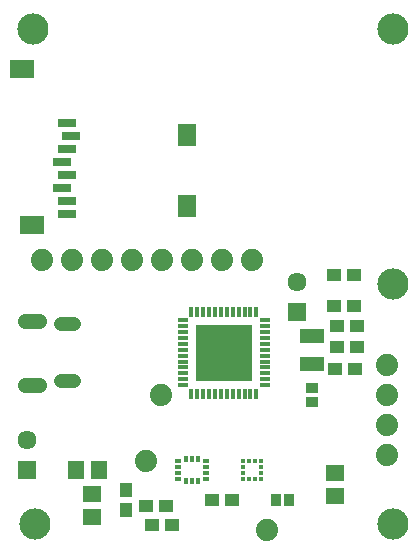
<source format=gbr>
G04 EAGLE Gerber RS-274X export*
G75*
%MOMM*%
%FSLAX34Y34*%
%LPD*%
%INSoldermask Bottom*%
%IPPOS*%
%AMOC8*
5,1,8,0,0,1.08239X$1,22.5*%
G01*
%ADD10C,2.641600*%
%ADD11R,0.851600X0.351600*%
%ADD12R,0.351600X0.851600*%
%ADD13R,4.801600X4.801600*%
%ADD14R,1.201600X1.101600*%
%ADD15R,2.001600X1.201600*%
%ADD16R,1.401600X1.601600*%
%ADD17R,1.601600X1.401600*%
%ADD18R,0.376600X0.351600*%
%ADD19R,0.351600X0.376600*%
%ADD20R,1.001600X0.951600*%
%ADD21R,0.951600X1.001600*%
%ADD22R,0.551600X0.351600*%
%ADD23R,0.351600X0.551600*%
%ADD24R,1.609600X1.609600*%
%ADD25C,1.609600*%
%ADD26C,1.879600*%
%ADD27C,1.309600*%
%ADD28C,1.151600*%
%ADD29R,1.101600X1.201600*%
%ADD30R,2.001600X1.501600*%
%ADD31R,1.501600X1.901600*%
%ADD32R,1.601600X0.801600*%


D10*
X19050Y5080D03*
X322580Y208280D03*
X322580Y5080D03*
X17780Y424180D03*
X322580Y424180D03*
D11*
X213820Y177360D03*
X213820Y172360D03*
X213820Y167360D03*
X213820Y162360D03*
X213820Y157360D03*
X213820Y152360D03*
X213820Y147360D03*
X213820Y142360D03*
X213820Y137360D03*
X213820Y132360D03*
X213820Y127360D03*
D12*
X206570Y115110D03*
X201570Y115110D03*
X196570Y115110D03*
X191570Y115110D03*
X186570Y115110D03*
X181570Y115110D03*
X176570Y115110D03*
X171570Y115110D03*
X166570Y115110D03*
X161570Y115110D03*
X156570Y115110D03*
D11*
X144320Y122360D03*
X144320Y127360D03*
X144320Y132360D03*
X144320Y137360D03*
X144320Y142360D03*
X144320Y147360D03*
X144320Y152360D03*
X144320Y157360D03*
X144320Y162360D03*
X144320Y167360D03*
X144320Y172360D03*
D12*
X151570Y184610D03*
X156570Y184610D03*
X161570Y184610D03*
X166570Y184610D03*
X171570Y184610D03*
X176570Y184610D03*
X181570Y184610D03*
X186570Y184610D03*
X191570Y184610D03*
X196570Y184610D03*
X201570Y184610D03*
D13*
X179070Y149860D03*
D11*
X213820Y122360D03*
D12*
X151570Y115110D03*
D11*
X144320Y177360D03*
D12*
X206570Y184610D03*
D14*
X272170Y215900D03*
X289170Y215900D03*
X274710Y172720D03*
X291710Y172720D03*
X274710Y154940D03*
X291710Y154940D03*
D15*
X254000Y164400D03*
X254000Y140400D03*
D16*
X73000Y50800D03*
X54000Y50800D03*
D14*
X272170Y189230D03*
X289170Y189230D03*
X273440Y135890D03*
X290440Y135890D03*
D17*
X273050Y28600D03*
X273050Y47600D03*
D18*
X195700Y43300D03*
X195700Y48300D03*
X195700Y53300D03*
X195700Y58300D03*
D19*
X200700Y58300D03*
X205700Y58300D03*
D18*
X210700Y58300D03*
X210700Y53300D03*
X210700Y48300D03*
X210700Y43300D03*
D19*
X205700Y43300D03*
X200700Y43300D03*
D20*
X254000Y108500D03*
X254000Y120100D03*
D21*
X222800Y25400D03*
X234400Y25400D03*
D22*
X140650Y43300D03*
X140650Y48300D03*
X140650Y53300D03*
X140650Y58300D03*
D23*
X147400Y60050D03*
X152400Y60050D03*
X157400Y60050D03*
D22*
X164150Y58300D03*
X164150Y53300D03*
X164150Y48300D03*
X164150Y43300D03*
D23*
X157400Y41550D03*
X152400Y41550D03*
X147400Y41550D03*
D24*
X12700Y50800D03*
D25*
X12700Y76200D03*
D26*
X25400Y228600D03*
X50800Y228600D03*
X76200Y228600D03*
X101600Y228600D03*
X127000Y228600D03*
X152400Y228600D03*
X177800Y228600D03*
X203200Y228600D03*
D24*
X241300Y184150D03*
D25*
X241300Y209550D03*
D26*
X125730Y114300D03*
D14*
X186300Y25400D03*
X169300Y25400D03*
D27*
X22550Y177110D02*
X10470Y177110D01*
X10470Y122610D02*
X22550Y122610D01*
D28*
X41560Y174110D02*
X52060Y174110D01*
X52060Y125610D02*
X41560Y125610D01*
D26*
X317500Y63500D03*
X317500Y88900D03*
X317500Y114300D03*
X317500Y139700D03*
D17*
X67310Y10820D03*
X67310Y29820D03*
D29*
X96520Y33900D03*
X96520Y16900D03*
D14*
X118500Y3810D03*
X135500Y3810D03*
X130420Y20320D03*
X113420Y20320D03*
D30*
X17000Y258000D03*
X8000Y390000D03*
D31*
X148000Y274000D03*
X148000Y334000D03*
D32*
X46000Y267000D03*
X46000Y278000D03*
X42000Y289000D03*
X46000Y300000D03*
X42000Y311000D03*
X46000Y322000D03*
X50000Y333000D03*
X46000Y344000D03*
D26*
X215900Y0D03*
X113030Y58420D03*
M02*

</source>
